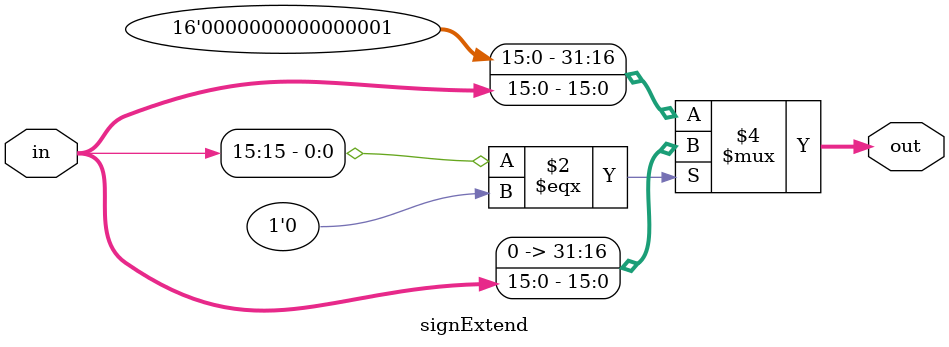
<source format=v>

module signExtend (
  output reg [31:0] out,
  input [15:0] in
);
  always @ (in[15]) begin
    if (in[15] === 1'b0) begin
      out <= { 16'b0, in };
    end
    else begin
      out <= { 16'b1, in };
    end
  end
endmodule

</source>
